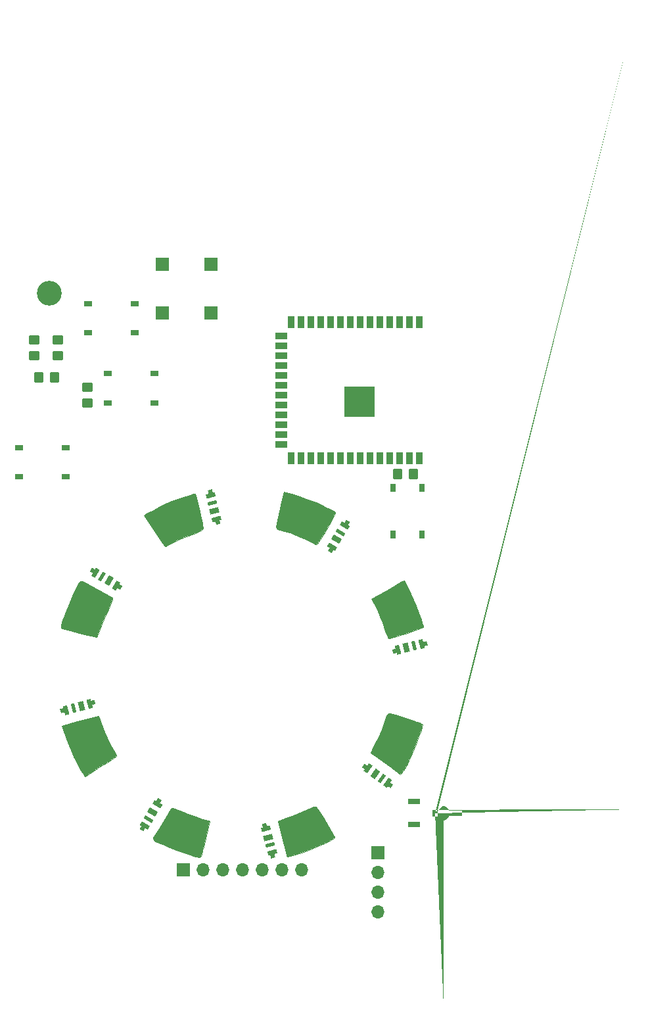
<source format=gbr>
%TF.GenerationSoftware,KiCad,Pcbnew,9.0.0*%
%TF.CreationDate,2025-09-21T22:19:39+08:00*%
%TF.ProjectId,maibadge_ver2,6d616962-6164-4676-955f-766572322e6b,rev?*%
%TF.SameCoordinates,Original*%
%TF.FileFunction,Soldermask,Bot*%
%TF.FilePolarity,Negative*%
%FSLAX46Y46*%
G04 Gerber Fmt 4.6, Leading zero omitted, Abs format (unit mm)*
G04 Created by KiCad (PCBNEW 9.0.0) date 2025-09-21 22:19:39*
%MOMM*%
%LPD*%
G01*
G04 APERTURE LIST*
G04 Aperture macros list*
%AMRoundRect*
0 Rectangle with rounded corners*
0 $1 Rounding radius*
0 $2 $3 $4 $5 $6 $7 $8 $9 X,Y pos of 4 corners*
0 Add a 4 corners polygon primitive as box body*
4,1,4,$2,$3,$4,$5,$6,$7,$8,$9,$2,$3,0*
0 Add four circle primitives for the rounded corners*
1,1,$1+$1,$2,$3*
1,1,$1+$1,$4,$5*
1,1,$1+$1,$6,$7*
1,1,$1+$1,$8,$9*
0 Add four rect primitives between the rounded corners*
20,1,$1+$1,$2,$3,$4,$5,0*
20,1,$1+$1,$4,$5,$6,$7,0*
20,1,$1+$1,$6,$7,$8,$9,0*
20,1,$1+$1,$8,$9,$2,$3,0*%
%AMFreePoly0*
4,1,9,0.499924,-0.600102,-0.050064,-0.600103,-0.050064,-0.350114,-0.500076,-0.350115,-0.500076,0.199924,-0.050064,0.199924,-0.050064,0.599898,0.499924,0.599898,0.499924,-0.600102,0.499924,-0.600102,$1*%
%AMFreePoly1*
4,1,5,0.349911,-0.599950,-0.350088,-0.599949,-0.350089,0.600051,0.349911,0.600051,0.349911,-0.599950,0.349911,-0.599950,$1*%
%AMFreePoly2*
4,1,5,0.224994,-0.599923,-0.225019,-0.599924,-0.225019,0.600076,0.224994,0.600076,0.224994,-0.599923,0.224994,-0.599923,$1*%
%AMFreePoly3*
4,1,9,0.050013,0.600000,0.050013,0.200127,0.500051,0.200152,0.500000,-0.349835,0.049936,-0.349784,0.050013,-0.599897,-0.500076,-0.599849,-0.500077,0.600102,0.050013,0.600000,0.050013,0.600000,$1*%
%AMFreePoly4*
4,1,123,0.971755,0.948997,1.016180,0.945872,1.060427,0.940665,1.104369,0.933401,1.147930,0.924054,1.190983,0.912700,1.233477,0.899340,1.275286,0.883998,1.316332,0.866701,1.356541,0.847523,1.395784,0.826467,1.434011,0.803581,1.471120,0.778943,1.507036,0.752604,1.541656,0.724613,1.574956,0.694996,1.606807,0.663881,1.637186,0.631293,1.665989,0.597333,1.693167,0.562052,
1.718669,0.525527,1.742418,0.487859,1.764389,0.449098,1.784531,0.409373,1.802769,0.330023,3.500102,0.330023,3.500102,-0.329972,1.802769,-0.329972,1.784531,-0.409271,1.764389,-0.448997,1.742418,-0.487757,1.718669,-0.525425,1.693167,-0.561951,1.665989,-0.597231,1.637186,-0.631191,1.606807,-0.663780,1.574956,-0.694895,1.541656,-0.724511,1.507036,-0.752502,1.471120,-0.778842,
1.434011,-0.803480,1.395784,-0.826365,1.356541,-0.847422,1.316332,-0.866599,1.275286,-0.883896,1.233477,-0.899238,1.190983,-0.912598,1.147930,-0.923952,1.104369,-0.933299,1.060427,-0.940564,1.016180,-0.945771,0.971755,-0.948895,0.927229,-0.949962,-0.926975,-0.949962,-0.971501,-0.948895,-1.015926,-0.945771,-1.060173,-0.940564,-1.104115,-0.933299,-1.147676,-0.923952,-1.190729,-0.912598,
-1.233223,-0.899238,-1.275032,-0.883896,-1.316078,-0.866599,-1.356287,-0.847422,-1.395530,-0.826365,-1.433757,-0.803480,-1.470866,-0.778842,-1.506782,-0.752502,-1.541402,-0.724511,-1.574702,-0.694895,-1.606553,-0.663780,-1.636932,-0.631191,-1.665735,-0.597231,-1.692913,-0.561951,-1.718415,-0.525425,-1.742164,-0.487757,-1.764135,-0.448997,-1.784277,-0.409271,-1.802515,-0.368631,-1.818847,-0.327203,
-1.833198,-0.285039,-1.845568,-0.242240,-1.855906,-0.198908,-1.864211,-0.155169,-1.870460,-0.111049,-1.874625,-0.066701,-1.876708,-0.022225,-1.876708,0.022327,-1.874625,0.066802,-1.870460,0.111151,-1.864211,0.155271,-1.855906,0.199009,-1.845568,0.242342,-1.833198,0.285141,-1.818847,0.327305,-1.802515,0.368733,-1.784277,0.409373,-1.764135,0.449098,-1.742164,0.487859,-1.718415,0.525527,
-1.692913,0.562052,-1.665735,0.597333,-1.636932,0.631293,-1.606553,0.663881,-1.574702,0.694996,-1.541402,0.724613,-1.506782,0.752604,-1.470866,0.778943,-1.433757,0.803581,-1.395530,0.826467,-1.356287,0.847523,-1.316078,0.866701,-1.275032,0.883998,-1.233223,0.899340,-1.190729,0.912700,-1.147676,0.924054,-1.104115,0.933401,-1.060173,0.940665,-1.015926,0.945872,-0.971501,0.948997,
-0.926975,0.950064,0.927229,0.950064,0.971755,0.948997,0.971755,0.948997,$1*%
G04 Aperture macros list end*
%ADD10C,0.100000*%
%ADD11C,3.200000*%
%ADD12R,1.700000X1.700000*%
%ADD13O,1.700000X1.700000*%
%ADD14FreePoly0,60.000000*%
%ADD15FreePoly1,60.000000*%
%ADD16FreePoly2,60.000000*%
%ADD17FreePoly3,60.000000*%
%ADD18RoundRect,0.250000X0.450000X-0.350000X0.450000X0.350000X-0.450000X0.350000X-0.450000X-0.350000X0*%
%ADD19FreePoly0,105.000000*%
%ADD20FreePoly1,105.000000*%
%ADD21FreePoly2,105.000000*%
%ADD22FreePoly3,105.000000*%
%ADD23FreePoly0,195.000000*%
%ADD24FreePoly1,195.000000*%
%ADD25FreePoly2,195.000000*%
%ADD26FreePoly3,195.000000*%
%ADD27R,0.750000X1.000000*%
%ADD28R,1.575006X0.672009*%
%ADD29FreePoly4,180.000000*%
%ADD30RoundRect,0.250000X0.350000X0.450000X-0.350000X0.450000X-0.350000X-0.450000X0.350000X-0.450000X0*%
%ADD31R,1.000000X0.750000*%
%ADD32R,0.900000X1.500000*%
%ADD33R,1.500000X0.900000*%
%ADD34C,0.600000*%
%ADD35R,3.900000X3.900000*%
%ADD36R,1.800000X1.800000*%
%ADD37FreePoly0,150.000000*%
%ADD38FreePoly1,150.000000*%
%ADD39FreePoly2,150.000000*%
%ADD40FreePoly3,150.000000*%
%ADD41FreePoly0,285.000000*%
%ADD42FreePoly1,285.000000*%
%ADD43FreePoly2,285.000000*%
%ADD44FreePoly3,285.000000*%
%ADD45RoundRect,0.250000X-0.450000X0.350000X-0.450000X-0.350000X0.450000X-0.350000X0.450000X0.350000X0*%
%ADD46FreePoly0,15.000000*%
%ADD47FreePoly1,15.000000*%
%ADD48FreePoly2,15.000000*%
%ADD49FreePoly3,15.000000*%
%ADD50FreePoly0,325.000000*%
%ADD51FreePoly1,325.000000*%
%ADD52FreePoly2,325.000000*%
%ADD53FreePoly3,325.000000*%
%ADD54FreePoly0,240.000000*%
%ADD55FreePoly1,240.000000*%
%ADD56FreePoly2,240.000000*%
%ADD57FreePoly3,240.000000*%
G04 APERTURE END LIST*
D10*
X181348268Y-110646058D02*
X181791786Y-110850758D01*
X182440005Y-111116869D01*
X183054108Y-111342040D01*
X183804677Y-111628621D01*
X184480190Y-111846969D01*
X184930531Y-112003906D01*
X185312639Y-112113080D01*
X185537810Y-112167667D01*
X185810745Y-112222254D01*
X185878978Y-112270017D01*
X185074641Y-115599816D01*
X184944997Y-116016041D01*
X184815353Y-116480029D01*
X184726649Y-116739317D01*
X184624299Y-116875784D01*
X184583359Y-116937194D01*
X184010197Y-116821197D01*
X183089043Y-116534616D01*
X182297534Y-116268505D01*
X181778958Y-116091098D01*
X180714515Y-115681696D01*
X180168646Y-115442879D01*
X179731951Y-115245001D01*
X179104202Y-114958420D01*
X178763034Y-114787836D01*
X178626567Y-114665016D01*
X178565157Y-114569489D01*
X178606097Y-114433022D01*
X179247493Y-113361754D01*
X180154999Y-111846969D01*
X180897926Y-110714291D01*
X181027570Y-110605118D01*
X181136744Y-110605118D01*
X181348268Y-110646058D01*
G36*
X181348268Y-110646058D02*
G01*
X181791786Y-110850758D01*
X182440005Y-111116869D01*
X183054108Y-111342040D01*
X183804677Y-111628621D01*
X184480190Y-111846969D01*
X184930531Y-112003906D01*
X185312639Y-112113080D01*
X185537810Y-112167667D01*
X185810745Y-112222254D01*
X185878978Y-112270017D01*
X185074641Y-115599816D01*
X184944997Y-116016041D01*
X184815353Y-116480029D01*
X184726649Y-116739317D01*
X184624299Y-116875784D01*
X184583359Y-116937194D01*
X184010197Y-116821197D01*
X183089043Y-116534616D01*
X182297534Y-116268505D01*
X181778958Y-116091098D01*
X180714515Y-115681696D01*
X180168646Y-115442879D01*
X179731951Y-115245001D01*
X179104202Y-114958420D01*
X178763034Y-114787836D01*
X178626567Y-114665016D01*
X178565157Y-114569489D01*
X178606097Y-114433022D01*
X179247493Y-113361754D01*
X180154999Y-111846969D01*
X180897926Y-110714291D01*
X181027570Y-110605118D01*
X181136744Y-110605118D01*
X181348268Y-110646058D01*
G37*
X171693074Y-99204145D02*
X172235531Y-100606346D01*
X172634698Y-101558204D01*
X173013394Y-102336067D01*
X173821962Y-103758737D01*
X173842432Y-103871323D01*
X172880339Y-104546835D01*
X171734015Y-105293993D01*
X170086173Y-106368672D01*
X169779122Y-106522197D01*
X169492541Y-106112796D01*
X169134315Y-105488458D01*
X168735149Y-104761771D01*
X168366687Y-103983908D01*
X167967521Y-103154870D01*
X167363653Y-101691260D01*
X166833142Y-100045294D01*
X168859680Y-99446545D01*
X171531024Y-98709622D01*
X171693074Y-99204145D01*
G36*
X171693074Y-99204145D02*
G01*
X172235531Y-100606346D01*
X172634698Y-101558204D01*
X173013394Y-102336067D01*
X173821962Y-103758737D01*
X173842432Y-103871323D01*
X172880339Y-104546835D01*
X171734015Y-105293993D01*
X170086173Y-106368672D01*
X169779122Y-106522197D01*
X169492541Y-106112796D01*
X169134315Y-105488458D01*
X168735149Y-104761771D01*
X168366687Y-103983908D01*
X167967521Y-103154870D01*
X167363653Y-101691260D01*
X166833142Y-100045294D01*
X168859680Y-99446545D01*
X171531024Y-98709622D01*
X171693074Y-99204145D01*
G37*
X195998454Y-70004237D02*
X196692269Y-70227534D01*
X197481782Y-70482730D01*
X198335095Y-70769826D01*
X199563227Y-71256294D01*
X200177293Y-71519465D01*
X200879082Y-71862385D01*
X201389475Y-72109606D01*
X201772269Y-72316953D01*
X201939742Y-72420627D01*
X202003541Y-72532275D01*
X202019490Y-72659873D01*
X201891892Y-72938994D01*
X201349600Y-73919905D01*
X200552112Y-75315509D01*
X200081594Y-76065148D01*
X199682850Y-76623390D01*
X199523352Y-76623390D01*
X198406869Y-76081098D01*
X197521657Y-75690328D01*
X196213776Y-75156011D01*
X195464137Y-74940690D01*
X194905895Y-74749292D01*
X194602850Y-74653594D01*
X194475252Y-74518021D01*
X194451327Y-74350548D01*
X195129192Y-71256294D01*
X195392363Y-69908539D01*
X195998454Y-70004237D01*
G36*
X195998454Y-70004237D02*
G01*
X196692269Y-70227534D01*
X197481782Y-70482730D01*
X198335095Y-70769826D01*
X199563227Y-71256294D01*
X200177293Y-71519465D01*
X200879082Y-71862385D01*
X201389475Y-72109606D01*
X201772269Y-72316953D01*
X201939742Y-72420627D01*
X202003541Y-72532275D01*
X202019490Y-72659873D01*
X201891892Y-72938994D01*
X201349600Y-73919905D01*
X200552112Y-75315509D01*
X200081594Y-76065148D01*
X199682850Y-76623390D01*
X199523352Y-76623390D01*
X198406869Y-76081098D01*
X197521657Y-75690328D01*
X196213776Y-75156011D01*
X195464137Y-74940690D01*
X194905895Y-74749292D01*
X194602850Y-74653594D01*
X194475252Y-74518021D01*
X194451327Y-74350548D01*
X195129192Y-71256294D01*
X195392363Y-69908539D01*
X195998454Y-70004237D01*
G37*
X210102659Y-98677205D02*
X211889032Y-99243422D01*
X212542973Y-99466718D01*
X212933742Y-99586342D01*
X213149064Y-99737864D01*
X213212863Y-99777739D01*
X213252737Y-99873437D01*
X213212863Y-100072810D01*
X213109189Y-100583202D01*
X212822094Y-101380690D01*
X212439299Y-102377551D01*
X211952832Y-103549858D01*
X211601937Y-104259623D01*
X211322816Y-104881664D01*
X210979896Y-105527629D01*
X210772549Y-105838649D01*
X210453554Y-106253343D01*
X209241372Y-105384081D01*
X207454998Y-104092150D01*
X206633585Y-103486059D01*
X207056254Y-102529073D01*
X207606521Y-101452464D01*
X208021215Y-100543328D01*
X208404009Y-99378995D01*
X208611356Y-98756954D01*
X208762879Y-98517708D01*
X208906427Y-98382135D01*
X209073899Y-98366185D01*
X210102659Y-98677205D01*
G36*
X210102659Y-98677205D02*
G01*
X211889032Y-99243422D01*
X212542973Y-99466718D01*
X212933742Y-99586342D01*
X213149064Y-99737864D01*
X213212863Y-99777739D01*
X213252737Y-99873437D01*
X213212863Y-100072810D01*
X213109189Y-100583202D01*
X212822094Y-101380690D01*
X212439299Y-102377551D01*
X211952832Y-103549858D01*
X211601937Y-104259623D01*
X211322816Y-104881664D01*
X210979896Y-105527629D01*
X210772549Y-105838649D01*
X210453554Y-106253343D01*
X209241372Y-105384081D01*
X207454998Y-104092150D01*
X206633585Y-103486059D01*
X207056254Y-102529073D01*
X207606521Y-101452464D01*
X208021215Y-100543328D01*
X208404009Y-99378995D01*
X208611356Y-98756954D01*
X208762879Y-98517708D01*
X208906427Y-98382135D01*
X209073899Y-98366185D01*
X210102659Y-98677205D01*
G37*
X184110080Y-70339240D02*
X184202195Y-70728172D01*
X184570657Y-72386248D01*
X184745880Y-73215286D01*
X184899406Y-73962443D01*
X184971051Y-74637956D01*
X184858466Y-74781246D01*
X184449064Y-75016652D01*
X183794022Y-75262293D01*
X182391822Y-75825220D01*
X181296673Y-76296032D01*
X180743981Y-76562143D01*
X180416460Y-76766844D01*
X180293639Y-76858959D01*
X180150349Y-76869194D01*
X180007058Y-76777079D01*
X178594623Y-74730071D01*
X177416365Y-72928705D01*
X177713181Y-72703534D01*
X178061173Y-72498833D01*
X178634335Y-72202017D01*
X179361023Y-71823321D01*
X180220766Y-71393449D01*
X181234034Y-70984047D01*
X182431534Y-70543941D01*
X183383392Y-70267595D01*
X183772324Y-70165244D01*
X184007730Y-70155009D01*
X184110080Y-70339240D01*
G36*
X184110080Y-70339240D02*
G01*
X184202195Y-70728172D01*
X184570657Y-72386248D01*
X184745880Y-73215286D01*
X184899406Y-73962443D01*
X184971051Y-74637956D01*
X184858466Y-74781246D01*
X184449064Y-75016652D01*
X183794022Y-75262293D01*
X182391822Y-75825220D01*
X181296673Y-76296032D01*
X180743981Y-76562143D01*
X180416460Y-76766844D01*
X180293639Y-76858959D01*
X180150349Y-76869194D01*
X180007058Y-76777079D01*
X178594623Y-74730071D01*
X177416365Y-72928705D01*
X177713181Y-72703534D01*
X178061173Y-72498833D01*
X178634335Y-72202017D01*
X179361023Y-71823321D01*
X180220766Y-71393449D01*
X181234034Y-70984047D01*
X182431534Y-70543941D01*
X183383392Y-70267595D01*
X183772324Y-70165244D01*
X184007730Y-70155009D01*
X184110080Y-70339240D01*
G37*
X199607714Y-110422213D02*
X200476976Y-111746043D01*
X201194715Y-112942276D01*
X201984229Y-114345855D01*
X201840681Y-114505353D01*
X201027243Y-114959921D01*
X199982533Y-115414489D01*
X198786301Y-115924882D01*
X197996788Y-116227927D01*
X196848405Y-116594772D01*
X195899394Y-116826043D01*
X195803695Y-116770219D01*
X195731921Y-116570847D01*
X195396976Y-115366640D01*
X194966332Y-113652040D01*
X194655312Y-112352135D01*
X194655312Y-112248461D01*
X195085956Y-112080989D01*
X195644197Y-111881616D01*
X196545359Y-111586546D01*
X197294998Y-111283500D01*
X197909064Y-111036279D01*
X198483255Y-110797032D01*
X198905924Y-110589686D01*
X199272769Y-110446138D01*
X199488091Y-110406263D01*
X199607714Y-110422213D01*
G36*
X199607714Y-110422213D02*
G01*
X200476976Y-111746043D01*
X201194715Y-112942276D01*
X201984229Y-114345855D01*
X201840681Y-114505353D01*
X201027243Y-114959921D01*
X199982533Y-115414489D01*
X198786301Y-115924882D01*
X197996788Y-116227927D01*
X196848405Y-116594772D01*
X195899394Y-116826043D01*
X195803695Y-116770219D01*
X195731921Y-116570847D01*
X195396976Y-115366640D01*
X194966332Y-113652040D01*
X194655312Y-112352135D01*
X194655312Y-112248461D01*
X195085956Y-112080989D01*
X195644197Y-111881616D01*
X196545359Y-111586546D01*
X197294998Y-111283500D01*
X197909064Y-111036279D01*
X198483255Y-110797032D01*
X198905924Y-110589686D01*
X199272769Y-110446138D01*
X199488091Y-110406263D01*
X199607714Y-110422213D01*
G37*
X170123196Y-81696739D02*
X171791508Y-82658833D01*
X173347233Y-83539046D01*
X173367703Y-83723277D01*
X172804776Y-85053832D01*
X172467020Y-85729344D01*
X171996208Y-86875669D01*
X171740332Y-87561416D01*
X171412811Y-88441629D01*
X171300226Y-88574685D01*
X169386274Y-88155048D01*
X168188774Y-87858232D01*
X167216446Y-87592121D01*
X166899160Y-87448831D01*
X166755869Y-87407890D01*
X166725164Y-87264600D01*
X166837749Y-86670968D01*
X167073155Y-86056866D01*
X167318796Y-85381353D01*
X167728198Y-84347614D01*
X168260420Y-83098940D01*
X168731231Y-82075436D01*
X169007577Y-81563684D01*
X169171338Y-81369218D01*
X169396509Y-81358983D01*
X170123196Y-81696739D01*
G36*
X170123196Y-81696739D02*
G01*
X171791508Y-82658833D01*
X173347233Y-83539046D01*
X173367703Y-83723277D01*
X172804776Y-85053832D01*
X172467020Y-85729344D01*
X171996208Y-86875669D01*
X171740332Y-87561416D01*
X171412811Y-88441629D01*
X171300226Y-88574685D01*
X169386274Y-88155048D01*
X168188774Y-87858232D01*
X167216446Y-87592121D01*
X166899160Y-87448831D01*
X166755869Y-87407890D01*
X166725164Y-87264600D01*
X166837749Y-86670968D01*
X167073155Y-86056866D01*
X167318796Y-85381353D01*
X167728198Y-84347614D01*
X168260420Y-83098940D01*
X168731231Y-82075436D01*
X169007577Y-81563684D01*
X169171338Y-81369218D01*
X169396509Y-81358983D01*
X170123196Y-81696739D01*
G37*
X210997441Y-81486948D02*
X211778979Y-82978251D01*
X212464819Y-84541328D01*
X212783814Y-85426540D01*
X213110784Y-86311751D01*
X213238383Y-86790244D01*
X213334081Y-87157089D01*
X213334081Y-87316587D01*
X213158634Y-87428235D01*
X212448869Y-87667481D01*
X211340361Y-88042301D01*
X210447174Y-88305472D01*
X209043594Y-88712191D01*
X208892072Y-88728141D01*
X208788398Y-88608518D01*
X208485353Y-87842929D01*
X208150408Y-86758345D01*
X207823437Y-85944907D01*
X207424693Y-85051720D01*
X206946200Y-84118659D01*
X206726891Y-83709547D01*
X207616091Y-83185598D01*
X209131318Y-82284436D01*
X210455149Y-81502897D01*
X210909717Y-81335425D01*
X210997441Y-81486948D01*
G36*
X210997441Y-81486948D02*
G01*
X211778979Y-82978251D01*
X212464819Y-84541328D01*
X212783814Y-85426540D01*
X213110784Y-86311751D01*
X213238383Y-86790244D01*
X213334081Y-87157089D01*
X213334081Y-87316587D01*
X213158634Y-87428235D01*
X212448869Y-87667481D01*
X211340361Y-88042301D01*
X210447174Y-88305472D01*
X209043594Y-88712191D01*
X208892072Y-88728141D01*
X208788398Y-88608518D01*
X208485353Y-87842929D01*
X208150408Y-86758345D01*
X207823437Y-85944907D01*
X207424693Y-85051720D01*
X206946200Y-84118659D01*
X206726891Y-83709547D01*
X207616091Y-83185598D01*
X209131318Y-82284436D01*
X210455149Y-81502897D01*
X210909717Y-81335425D01*
X210997441Y-81486948D01*
G37*
D11*
%TO.C,REF\u002A\u002A*%
X165200673Y-44301181D03*
%TD*%
D12*
%TO.C,GC9A1*%
X182467622Y-118537223D03*
D13*
X185007622Y-118537223D03*
X187547622Y-118537223D03*
X190087622Y-118537223D03*
X192627622Y-118537223D03*
X195167622Y-118537223D03*
X197707622Y-118537223D03*
%TD*%
D14*
%TO.C,U8*%
X201520910Y-77122749D03*
D15*
X202217695Y-75966166D03*
D16*
X202730133Y-75078589D03*
D17*
X203342654Y-74017667D03*
%TD*%
D18*
%TO.C,R1*%
X163274000Y-52308000D03*
X163274000Y-50308000D03*
%TD*%
D19*
%TO.C,U9*%
X186814326Y-73624186D03*
D20*
X186489203Y-72313662D03*
D21*
X186223937Y-71323696D03*
D22*
X185906872Y-70140390D03*
%TD*%
D23*
%TO.C,U6*%
X170651896Y-97158607D03*
D24*
X169341374Y-97483725D03*
D25*
X168351408Y-97748994D03*
D26*
X167168104Y-98066059D03*
%TD*%
D27*
%TO.C,RESET*%
X213203000Y-75390006D03*
X213202997Y-69389994D03*
X209453003Y-75390006D03*
X209453000Y-69389994D03*
%TD*%
D28*
%TO.C,U2*%
X212221223Y-112752130D03*
D29*
X214933697Y-111252256D03*
D28*
X212221228Y-109752133D03*
%TD*%
D30*
%TO.C,R5*%
X165846000Y-55118000D03*
X163846000Y-55118000D03*
%TD*%
D31*
%TO.C,SW1*%
X176180000Y-45623000D03*
X170180000Y-45623000D03*
X176180000Y-49373000D03*
X170180000Y-49373000D03*
%TD*%
D32*
%TO.C,U1*%
X212851996Y-65531999D03*
X211581997Y-65531998D03*
X210311992Y-65531997D03*
X209041995Y-65531998D03*
X207771994Y-65531995D03*
X206501998Y-65531999D03*
X205231996Y-65532000D03*
X203961992Y-65531997D03*
X202691994Y-65531996D03*
X201421995Y-65531998D03*
X200151996Y-65531998D03*
X198882000Y-65532000D03*
X197611996Y-65532002D03*
X196341992Y-65531997D03*
D33*
X195091992Y-63766996D03*
X195091995Y-62497000D03*
X195091996Y-61226995D03*
X195091991Y-59956996D03*
X195091993Y-58687000D03*
X195091997Y-57416997D03*
X195091995Y-56146996D03*
X195091994Y-54877003D03*
X195091997Y-53606999D03*
X195091994Y-52336996D03*
X195091999Y-51067000D03*
X195091995Y-49796998D03*
D32*
X196341997Y-48031996D03*
X197611993Y-48031999D03*
X198881992Y-48031997D03*
X200151993Y-48032000D03*
X201421994Y-48031997D03*
X202691995Y-48031996D03*
X203962000Y-48031997D03*
X205231993Y-48031998D03*
X206501995Y-48031998D03*
X207771993Y-48031995D03*
X209041997Y-48031998D03*
X210311999Y-48032000D03*
X211581997Y-48031997D03*
X212851993Y-48031998D03*
D34*
X205831991Y-59682001D03*
X204431991Y-59681997D03*
X203731995Y-58981998D03*
X205131995Y-58981998D03*
X206531996Y-58981997D03*
D35*
X205131997Y-58282000D03*
D34*
X204431993Y-58281998D03*
X205831995Y-58281998D03*
X206531995Y-57582001D03*
X205131997Y-57582000D03*
X203731993Y-57581997D03*
X204431995Y-56882000D03*
X205831994Y-56881999D03*
%TD*%
D36*
%TO.C,BZ1*%
X186029983Y-46837985D03*
X179730015Y-46837983D03*
X179730017Y-40538015D03*
X186029985Y-40538017D03*
%TD*%
D37*
%TO.C,U10*%
X174044225Y-82025225D03*
D38*
X172887653Y-81328442D03*
D39*
X172000068Y-80816001D03*
D40*
X170939147Y-80203479D03*
%TD*%
D18*
%TO.C,R4*%
X166322000Y-52307998D03*
X166322000Y-50308002D03*
%TD*%
D41*
%TO.C,U4*%
X193094273Y-113066102D03*
D42*
X193419396Y-114376624D03*
D43*
X193684662Y-115366592D03*
D44*
X194001727Y-116549898D03*
%TD*%
D45*
%TO.C,R2*%
X170131999Y-56404001D03*
X170132001Y-58403999D03*
%TD*%
D12*
%TO.C,J1*%
X207518000Y-116342000D03*
D13*
X207518000Y-118882000D03*
X207518000Y-121422000D03*
X207518000Y-123962000D03*
%TD*%
D46*
%TO.C,U7*%
X209862683Y-90293393D03*
D47*
X211173205Y-89968269D03*
D48*
X212163166Y-89703013D03*
D49*
X213346479Y-89385939D03*
%TD*%
D50*
%TO.C,U3*%
X206076436Y-105377063D03*
D51*
X207167880Y-106172000D03*
D52*
X208007425Y-106759847D03*
D53*
X209010926Y-107462505D03*
%TD*%
D31*
%TO.C,BOOT*%
X178768000Y-54670000D03*
X172768000Y-54670000D03*
X178768000Y-58420000D03*
X172768000Y-58420000D03*
%TD*%
D54*
%TO.C,U5*%
X179218874Y-109953459D03*
D55*
X178522087Y-111110033D03*
D56*
X178009649Y-111997618D03*
D57*
X177397126Y-113058541D03*
%TD*%
D30*
%TO.C,R3*%
X212073999Y-67564001D03*
X210074001Y-67563999D03*
%TD*%
D31*
%TO.C,SW5*%
X161338001Y-67915004D03*
X167338001Y-67914998D03*
X161337999Y-64165002D03*
X167337999Y-64164996D03*
%TD*%
M02*

</source>
